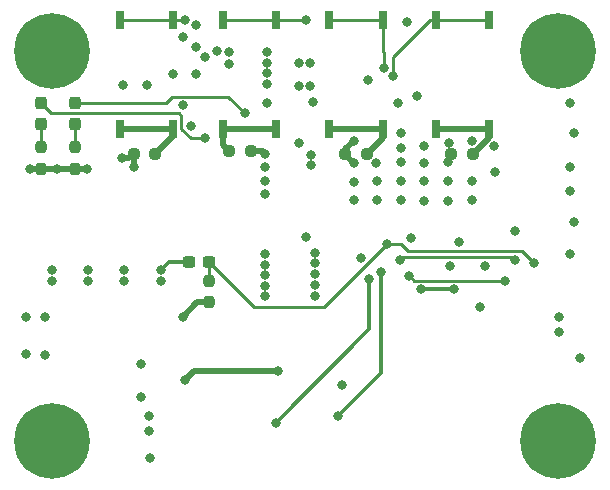
<source format=gbl>
%TF.GenerationSoftware,KiCad,Pcbnew,(7.0.0)*%
%TF.CreationDate,2023-05-09T15:07:27+03:00*%
%TF.ProjectId,IoT_sulari,496f545f-7375-46c6-9172-692e6b696361,rev?*%
%TF.SameCoordinates,Original*%
%TF.FileFunction,Copper,L4,Bot*%
%TF.FilePolarity,Positive*%
%FSLAX46Y46*%
G04 Gerber Fmt 4.6, Leading zero omitted, Abs format (unit mm)*
G04 Created by KiCad (PCBNEW (7.0.0)) date 2023-05-09 15:07:27*
%MOMM*%
%LPD*%
G01*
G04 APERTURE LIST*
G04 Aperture macros list*
%AMRoundRect*
0 Rectangle with rounded corners*
0 $1 Rounding radius*
0 $2 $3 $4 $5 $6 $7 $8 $9 X,Y pos of 4 corners*
0 Add a 4 corners polygon primitive as box body*
4,1,4,$2,$3,$4,$5,$6,$7,$8,$9,$2,$3,0*
0 Add four circle primitives for the rounded corners*
1,1,$1+$1,$2,$3*
1,1,$1+$1,$4,$5*
1,1,$1+$1,$6,$7*
1,1,$1+$1,$8,$9*
0 Add four rect primitives between the rounded corners*
20,1,$1+$1,$2,$3,$4,$5,0*
20,1,$1+$1,$4,$5,$6,$7,0*
20,1,$1+$1,$6,$7,$8,$9,0*
20,1,$1+$1,$8,$9,$2,$3,0*%
G04 Aperture macros list end*
%TA.AperFunction,ComponentPad*%
%ADD10C,0.800000*%
%TD*%
%TA.AperFunction,ComponentPad*%
%ADD11C,6.400000*%
%TD*%
%TA.AperFunction,SMDPad,CuDef*%
%ADD12RoundRect,0.237500X-0.237500X0.250000X-0.237500X-0.250000X0.237500X-0.250000X0.237500X0.250000X0*%
%TD*%
%TA.AperFunction,SMDPad,CuDef*%
%ADD13RoundRect,0.237500X-0.250000X-0.237500X0.250000X-0.237500X0.250000X0.237500X-0.250000X0.237500X0*%
%TD*%
%TA.AperFunction,SMDPad,CuDef*%
%ADD14RoundRect,0.237500X0.250000X0.237500X-0.250000X0.237500X-0.250000X-0.237500X0.250000X-0.237500X0*%
%TD*%
%TA.AperFunction,SMDPad,CuDef*%
%ADD15RoundRect,0.237500X0.237500X-0.287500X0.237500X0.287500X-0.237500X0.287500X-0.237500X-0.287500X0*%
%TD*%
%TA.AperFunction,SMDPad,CuDef*%
%ADD16R,0.761200X1.512799*%
%TD*%
%TA.AperFunction,SMDPad,CuDef*%
%ADD17RoundRect,0.237500X0.300000X0.237500X-0.300000X0.237500X-0.300000X-0.237500X0.300000X-0.237500X0*%
%TD*%
%TA.AperFunction,ViaPad*%
%ADD18C,0.800000*%
%TD*%
%TA.AperFunction,Conductor*%
%ADD19C,0.500000*%
%TD*%
%TA.AperFunction,Conductor*%
%ADD20C,0.300000*%
%TD*%
%TA.AperFunction,Conductor*%
%ADD21C,0.293370*%
%TD*%
%TA.AperFunction,Conductor*%
%ADD22C,0.275000*%
%TD*%
G04 APERTURE END LIST*
D10*
%TO.P,H4,1,1*%
%TO.N,GND*%
X93800000Y-72000000D03*
X94502944Y-70302944D03*
X94502944Y-73697056D03*
X96200000Y-69600000D03*
D11*
X96200000Y-72000000D03*
D10*
X96200000Y-74400000D03*
X97897056Y-70302944D03*
X97897056Y-73697056D03*
X98600000Y-72000000D03*
%TD*%
%TO.P,H1,1,1*%
%TO.N,GND*%
X93800000Y-39000000D03*
X94502944Y-37302944D03*
X94502944Y-40697056D03*
X96200000Y-36600000D03*
D11*
X96200000Y-39000000D03*
D10*
X96200000Y-41400000D03*
X97897056Y-37302944D03*
X97897056Y-40697056D03*
X98600000Y-39000000D03*
%TD*%
%TO.P,H2,1,1*%
%TO.N,GND*%
X136600000Y-39000000D03*
X137302944Y-37302944D03*
X137302944Y-40697056D03*
X139000000Y-36600000D03*
D11*
X139000000Y-39000000D03*
D10*
X139000000Y-41400000D03*
X140697056Y-37302944D03*
X140697056Y-40697056D03*
X141400000Y-39000000D03*
%TD*%
%TO.P,H3,1,1*%
%TO.N,GND*%
X136600000Y-72000000D03*
X137302944Y-70302944D03*
X137302944Y-73697056D03*
X139000000Y-69600000D03*
D11*
X139000000Y-72000000D03*
D10*
X139000000Y-74400000D03*
X140697056Y-70302944D03*
X140697056Y-73697056D03*
X141400000Y-72000000D03*
%TD*%
D12*
%TO.P,R2,1*%
%TO.N,NRESET*%
X109500000Y-58487500D03*
%TO.P,R2,2*%
%TO.N,Net-(SW1-B)*%
X109500000Y-60312500D03*
%TD*%
D13*
%TO.P,R8,1*%
%TO.N,GND*%
X103087500Y-47700000D03*
%TO.P,R8,2*%
%TO.N,Net-(R8-Pad2)*%
X104912500Y-47700000D03*
%TD*%
D14*
%TO.P,R7,1*%
%TO.N,GND*%
X113000000Y-47500000D03*
%TO.P,R7,2*%
%TO.N,Net-(R7-Pad2)*%
X111175000Y-47500000D03*
%TD*%
D15*
%TO.P,D1,1,K*%
%TO.N,Net-(D1-K)*%
X98100000Y-45175000D03*
%TO.P,D1,2,A*%
%TO.N,STATUS_LED_RED*%
X98100000Y-43425000D03*
%TD*%
D16*
%TO.P,SW2,1,1*%
%TO.N,BUTTON1*%
X133154758Y-36402599D03*
%TO.P,SW2,2,2*%
X128654756Y-36402599D03*
%TO.P,SW2,3,3*%
%TO.N,Net-(R5-Pad2)*%
X128654756Y-45597399D03*
%TO.P,SW2,4,4*%
X133154758Y-45597399D03*
%TD*%
D17*
%TO.P,C10,1*%
%TO.N,NRESET*%
X109462500Y-56900000D03*
%TO.P,C10,2*%
%TO.N,GND*%
X107737500Y-56900000D03*
%TD*%
D16*
%TO.P,SW3,1,1*%
%TO.N,BUTTON2*%
X124154758Y-36402599D03*
%TO.P,SW3,2,2*%
X119654756Y-36402599D03*
%TO.P,SW3,3,3*%
%TO.N,Net-(R6-Pad2)*%
X119654756Y-45597399D03*
%TO.P,SW3,4,4*%
X124154758Y-45597399D03*
%TD*%
D13*
%TO.P,R5,1*%
%TO.N,GND*%
X129987500Y-47700000D03*
%TO.P,R5,2*%
%TO.N,Net-(R5-Pad2)*%
X131812500Y-47700000D03*
%TD*%
%TO.P,R6,1*%
%TO.N,GND*%
X120992258Y-47700000D03*
%TO.P,R6,2*%
%TO.N,Net-(R6-Pad2)*%
X122817258Y-47700000D03*
%TD*%
D16*
%TO.P,SW5,1,1*%
%TO.N,BUTTON4*%
X106402258Y-36402599D03*
%TO.P,SW5,2,2*%
X101902256Y-36402599D03*
%TO.P,SW5,3,3*%
%TO.N,Net-(R8-Pad2)*%
X101902256Y-45597399D03*
%TO.P,SW5,4,4*%
X106402258Y-45597399D03*
%TD*%
%TO.P,SW4,1,1*%
%TO.N,BUTTON3*%
X115154758Y-36402599D03*
%TO.P,SW4,2,2*%
X110654756Y-36402599D03*
%TO.P,SW4,3,3*%
%TO.N,Net-(R7-Pad2)*%
X110654756Y-45597399D03*
%TO.P,SW4,4,4*%
X115154758Y-45597399D03*
%TD*%
D15*
%TO.P,D2,1,K*%
%TO.N,Net-(D2-K)*%
X95200000Y-45175000D03*
%TO.P,D2,2,A*%
%TO.N,STATUS_LED_GREEN*%
X95200000Y-43425000D03*
%TD*%
D12*
%TO.P,R3,1*%
%TO.N,Net-(D1-K)*%
X98125000Y-47187500D03*
%TO.P,R3,2*%
%TO.N,GND*%
X98125000Y-49012500D03*
%TD*%
%TO.P,R4,1*%
%TO.N,Net-(D2-K)*%
X95210000Y-47170000D03*
%TO.P,R4,2*%
%TO.N,GND*%
X95210000Y-48995000D03*
%TD*%
D18*
%TO.N,GND*%
X102200000Y-41900000D03*
X114200000Y-57100000D03*
X96200000Y-58500000D03*
X140400000Y-53500000D03*
X96600000Y-48995000D03*
X94000000Y-61500000D03*
X94000000Y-64700000D03*
X114400000Y-39100000D03*
X114400000Y-40900000D03*
X114200000Y-58000000D03*
X94300000Y-49000000D03*
X131700000Y-46600000D03*
X102100000Y-48100000D03*
X125700000Y-51600000D03*
X129700000Y-50000000D03*
X114400000Y-40000000D03*
X129800000Y-46800000D03*
X125700000Y-48400000D03*
X120700000Y-67300000D03*
X118270000Y-43360000D03*
X122350000Y-56510000D03*
X126200000Y-36600000D03*
X131700000Y-51600000D03*
X107300000Y-37800000D03*
X133700000Y-49300000D03*
X121700000Y-46600000D03*
X125700000Y-47200000D03*
X108400000Y-41000000D03*
X121700000Y-48500000D03*
X133620110Y-47058411D03*
X105400000Y-57600000D03*
X123625623Y-48527054D03*
X121700000Y-51600000D03*
X105400000Y-58500000D03*
X117700000Y-54800000D03*
X125500000Y-43400000D03*
X129700000Y-51700000D03*
X126556827Y-54888000D03*
X140000000Y-56200000D03*
X96200000Y-57600000D03*
X99200000Y-58500000D03*
X121700000Y-50100000D03*
X107300000Y-43621185D03*
X114200000Y-50000000D03*
X102300000Y-57600000D03*
X99200000Y-57600000D03*
X107927633Y-45372367D03*
X139100000Y-61500000D03*
X103100000Y-48800000D03*
X102300000Y-58500000D03*
X114200000Y-59800000D03*
X140000000Y-48800000D03*
X129700000Y-48400000D03*
X104500000Y-73500000D03*
X140000000Y-43400000D03*
X123700000Y-51600000D03*
X99100000Y-49000000D03*
X129900000Y-57200000D03*
X131700000Y-50000000D03*
X132400000Y-60700000D03*
X127700000Y-50000000D03*
X127700000Y-51700000D03*
X139100000Y-62800000D03*
X132800000Y-57200000D03*
X114400000Y-41800000D03*
X114400000Y-43400000D03*
X114200000Y-48800000D03*
X106400000Y-41000000D03*
X108400000Y-36800000D03*
X140000000Y-50900000D03*
X127700000Y-48500000D03*
X114200000Y-58900000D03*
X130600000Y-55200000D03*
X95600000Y-64800000D03*
X122952362Y-41466867D03*
X114200000Y-56200000D03*
X123700000Y-50000000D03*
X95600000Y-61500000D03*
X140400000Y-46000000D03*
X108400000Y-38700000D03*
X104175500Y-41900000D03*
X125700000Y-46000000D03*
X127700000Y-47100000D03*
X114200000Y-51100000D03*
X114200000Y-47700000D03*
X135400000Y-54300000D03*
X125700000Y-50000000D03*
%TO.N,Net-(U40-DATA2_OUT)*%
X130200000Y-59200000D03*
X127400000Y-59200000D03*
%TO.N,+3.3V*%
X118000000Y-40000000D03*
X118400000Y-58800000D03*
X118100000Y-47800000D03*
X103700000Y-65500000D03*
X127100000Y-42800000D03*
X110112451Y-39000000D03*
X118000000Y-42000000D03*
X117100000Y-40000000D03*
X118400000Y-57000000D03*
X118400000Y-56100000D03*
X111200000Y-39100000D03*
X117100000Y-42000000D03*
X118100000Y-48700000D03*
X104400000Y-71200000D03*
X118400000Y-57900000D03*
X111200000Y-40100000D03*
X140900000Y-65000000D03*
X103700000Y-68300000D03*
X118400000Y-59800000D03*
X109127817Y-39527817D03*
X117100000Y-46800000D03*
X104400000Y-69900000D03*
%TO.N,NRESET*%
X137000000Y-57000000D03*
X124500000Y-55400000D03*
%TO.N,Net-(SW1-B)*%
X107300000Y-61500000D03*
%TO.N,STATUS_LED_RED*%
X112500000Y-44300000D03*
%TO.N,STATUS_LED_GREEN*%
X109100000Y-46400000D03*
%TO.N,BUTTON1*%
X125053815Y-41100000D03*
%TO.N,BUTTON2*%
X124271792Y-40477548D03*
%TO.N,BUTTON3*%
X117700000Y-36400000D03*
%TO.N,BUTTON4*%
X107400000Y-36400000D03*
%TO.N,CS*%
X123000000Y-58300000D03*
X115100000Y-70500000D03*
%TO.N,RST*%
X120400000Y-69900000D03*
X124000000Y-57700000D03*
%TO.N,SWDCLK*%
X125600000Y-56700000D03*
X135400000Y-56700000D03*
%TO.N,SWDIO*%
X126400000Y-58050000D03*
X134550000Y-58500000D03*
%TO.N,Net-(J7-Pad3)*%
X115300000Y-66100000D03*
X107400000Y-66900000D03*
%TD*%
D19*
%TO.N,GND*%
X120992258Y-47700000D02*
X120992258Y-47307742D01*
X96600000Y-48995000D02*
X96617500Y-49012500D01*
X99087500Y-49012500D02*
X99100000Y-49000000D01*
X95210000Y-48995000D02*
X96195000Y-48995000D01*
X103100000Y-47712500D02*
X103087500Y-47700000D01*
X103100000Y-48800000D02*
X103100000Y-47712500D01*
X96600000Y-48995000D02*
X95210000Y-48995000D01*
X98125000Y-49012500D02*
X99087500Y-49012500D01*
X102100000Y-48100000D02*
X102687500Y-48100000D01*
X120992258Y-47307742D02*
X121700000Y-46600000D01*
D20*
X106100000Y-56900000D02*
X105400000Y-57600000D01*
D19*
X120992258Y-47792258D02*
X121700000Y-48500000D01*
X96195000Y-48995000D02*
X96200000Y-49000000D01*
X96617500Y-49012500D02*
X98125000Y-49012500D01*
X113000000Y-47500000D02*
X114000000Y-47500000D01*
X94305000Y-48995000D02*
X94300000Y-49000000D01*
D20*
X107737500Y-56900000D02*
X106100000Y-56900000D01*
D19*
X95210000Y-48995000D02*
X94305000Y-48995000D01*
X114000000Y-47500000D02*
X114200000Y-47700000D01*
X120992258Y-47700000D02*
X120992258Y-47792258D01*
X102687500Y-48100000D02*
X103087500Y-47700000D01*
D20*
%TO.N,Net-(U40-DATA2_OUT)*%
X130200000Y-59200000D02*
X127400000Y-59200000D01*
D21*
%TO.N,Net-(D1-K)*%
X98100000Y-47162500D02*
X98125000Y-47187500D01*
X98100000Y-45175000D02*
X98100000Y-47162500D01*
%TO.N,Net-(D2-K)*%
X95200000Y-45175000D02*
X95200000Y-47160000D01*
X95200000Y-47160000D02*
X95210000Y-47170000D01*
D22*
%TO.N,NRESET*%
X109462500Y-56900000D02*
X113262500Y-60700000D01*
X109462500Y-58450000D02*
X109500000Y-58487500D01*
X126280483Y-55987500D02*
X125692983Y-55400000D01*
X137000000Y-57000000D02*
X135987500Y-55987500D01*
X135987500Y-55987500D02*
X126280483Y-55987500D01*
X109462500Y-56900000D02*
X109462500Y-58450000D01*
X113262500Y-60700000D02*
X119200000Y-60700000D01*
X119200000Y-60700000D02*
X124500000Y-55400000D01*
X124500000Y-55400000D02*
X125692983Y-55400000D01*
D19*
%TO.N,Net-(SW1-B)*%
X109500000Y-60312500D02*
X108487500Y-60312500D01*
X108487500Y-60312500D02*
X107300000Y-61500000D01*
D21*
%TO.N,STATUS_LED_RED*%
X98100000Y-43425000D02*
X98125000Y-43400000D01*
X111100000Y-42900000D02*
X112500000Y-44300000D01*
X105800000Y-43400000D02*
X106300000Y-42900000D01*
X98125000Y-43400000D02*
X105800000Y-43400000D01*
X106300000Y-42900000D02*
X111100000Y-42900000D01*
%TO.N,STATUS_LED_GREEN*%
X107129544Y-44544316D02*
X107129544Y-45629544D01*
X95200000Y-43425000D02*
X96075000Y-44300000D01*
X106885228Y-44300000D02*
X107129544Y-44544316D01*
X107129544Y-45629544D02*
X107900000Y-46400000D01*
X96075000Y-44300000D02*
X106885228Y-44300000D01*
X107900000Y-46400000D02*
X109100000Y-46400000D01*
%TO.N,BUTTON1*%
X125053815Y-41100000D02*
X125053815Y-39546185D01*
X128197400Y-36402600D02*
X128654757Y-36402600D01*
X125053815Y-39546185D02*
X128197400Y-36402600D01*
X128654757Y-36402600D02*
X133154759Y-36402600D01*
%TO.N,BUTTON2*%
X124154759Y-36402600D02*
X119654757Y-36402600D01*
X124271792Y-40477548D02*
X124271792Y-39162274D01*
X124154759Y-39045241D02*
X124154759Y-36402600D01*
X124271792Y-39162274D02*
X124154759Y-39045241D01*
%TO.N,BUTTON3*%
X115154759Y-36402600D02*
X110654757Y-36402600D01*
X117700000Y-36400000D02*
X115154759Y-36402600D01*
%TO.N,BUTTON4*%
X106404859Y-36400000D02*
X106402259Y-36402600D01*
X106402259Y-36402600D02*
X101902257Y-36402600D01*
X107400000Y-36400000D02*
X106404859Y-36400000D01*
D20*
%TO.N,CS*%
X123000000Y-62600000D02*
X123000000Y-58300000D01*
X115100000Y-70500000D02*
X123000000Y-62600000D01*
%TO.N,RST*%
X124000000Y-66300000D02*
X120400000Y-69900000D01*
X124000000Y-57700000D02*
X124000000Y-66300000D01*
D21*
%TO.N,SWDCLK*%
X125821685Y-56478315D02*
X125600000Y-56700000D01*
X135178315Y-56478315D02*
X125821685Y-56478315D01*
X135400000Y-56700000D02*
X135178315Y-56478315D01*
%TO.N,SWDIO*%
X126400000Y-58050000D02*
X126400000Y-58000000D01*
X126400000Y-58000000D02*
X126450000Y-58050000D01*
X126450000Y-58050000D02*
X126400000Y-58050000D01*
X134550000Y-58500000D02*
X134503315Y-58453315D01*
X126853315Y-58453315D02*
X126450000Y-58050000D01*
X134503315Y-58453315D02*
X126853315Y-58453315D01*
D19*
%TO.N,Net-(R5-Pad2)*%
X133154759Y-46357741D02*
X131812500Y-47700000D01*
X133154759Y-45597400D02*
X133154759Y-46357741D01*
X128654757Y-45597400D02*
X133154759Y-45597400D01*
%TO.N,Net-(R6-Pad2)*%
X124154759Y-46362499D02*
X122817258Y-47700000D01*
X124154759Y-45597400D02*
X124154759Y-46362499D01*
X119654757Y-45597400D02*
X124154759Y-45597400D01*
%TO.N,Net-(R7-Pad2)*%
X110654757Y-45597400D02*
X115154759Y-45597400D01*
X110654757Y-46979757D02*
X111175000Y-47500000D01*
X110654757Y-45597400D02*
X110654757Y-46979757D01*
%TO.N,Net-(R8-Pad2)*%
X101902257Y-45597400D02*
X106402259Y-45597400D01*
X106402259Y-46210241D02*
X104912500Y-47700000D01*
X106402259Y-45597400D02*
X106402259Y-46210241D01*
%TO.N,Net-(J7-Pad3)*%
X115300000Y-66100000D02*
X108200000Y-66100000D01*
X108200000Y-66100000D02*
X107400000Y-66900000D01*
%TD*%
M02*

</source>
